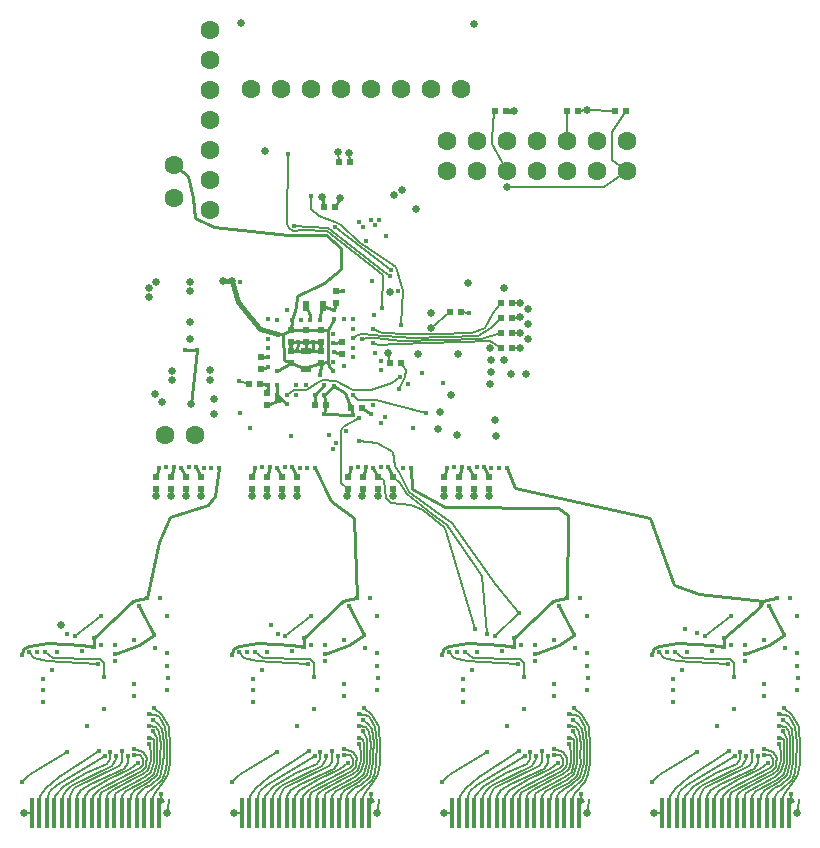
<source format=gbl>
G04 (created by PCBNEW-RS274X (2010-03-14)-final) date Thu 20 Jan 2011 12:09:15 PM EST*
G01*
G70*
G90*
%MOIN*%
G04 Gerber Fmt 3.4, Leading zero omitted, Abs format*
%FSLAX34Y34*%
G04 APERTURE LIST*
%ADD10C,0.001000*%
%ADD11R,0.010600X0.015700*%
%ADD12R,0.023600X0.019700*%
%ADD13R,0.019700X0.023600*%
%ADD14R,0.035400X0.023600*%
%ADD15R,0.023600X0.035400*%
%ADD16C,0.063000*%
%ADD17R,0.013000X0.100000*%
%ADD18C,0.016000*%
%ADD19C,0.025000*%
%ADD20C,0.010000*%
%ADD21C,0.005000*%
%ADD22C,0.015000*%
G04 APERTURE END LIST*
G54D10*
G54D11*
X22252Y-01500D03*
X22448Y-01500D03*
X36252Y-01500D03*
X36448Y-01500D03*
X43252Y-01500D03*
X43448Y-01500D03*
X29252Y-01500D03*
X29448Y-01500D03*
G54D12*
X23000Y09297D03*
X23000Y08903D03*
X23500Y09297D03*
X23500Y08903D03*
X22500Y09297D03*
X22500Y08903D03*
X22000Y09297D03*
X22000Y08903D03*
X29400Y09297D03*
X29400Y08903D03*
X29900Y09297D03*
X29900Y08903D03*
X28900Y09297D03*
X28900Y08903D03*
X28400Y09297D03*
X28400Y08903D03*
X32600Y09297D03*
X32600Y08903D03*
X33100Y09297D03*
X33100Y08903D03*
X32100Y09297D03*
X32100Y08903D03*
X31600Y09297D03*
X31600Y08903D03*
X26200Y09297D03*
X26200Y08903D03*
X26700Y09297D03*
X26700Y08903D03*
X25700Y09297D03*
X25700Y08903D03*
X25200Y09297D03*
X25200Y08903D03*
G54D13*
X36097Y21500D03*
X35703Y21500D03*
X37697Y21500D03*
X37303Y21500D03*
X33303Y21500D03*
X33697Y21500D03*
X29803Y13100D03*
X30197Y13100D03*
G54D12*
X27500Y13803D03*
X27500Y14197D03*
X27500Y13497D03*
X27500Y13103D03*
X27000Y13803D03*
X27000Y14197D03*
X28000Y15103D03*
X28000Y15497D03*
X25500Y13297D03*
X25500Y12903D03*
X25700Y11703D03*
X25700Y12097D03*
G54D13*
X28503Y11600D03*
X28897Y11600D03*
X25103Y12400D03*
X25497Y12400D03*
X27997Y18300D03*
X27603Y18300D03*
X27697Y11700D03*
X27303Y11700D03*
G54D12*
X28200Y13797D03*
X28200Y13403D03*
G54D13*
X32197Y14800D03*
X31803Y14800D03*
X28497Y19800D03*
X28103Y19800D03*
G54D12*
X26500Y13803D03*
X26500Y14197D03*
X26500Y13497D03*
X26500Y13103D03*
G54D13*
X33897Y13600D03*
X33503Y13600D03*
X33897Y14100D03*
X33503Y14100D03*
X33897Y14600D03*
X33503Y14600D03*
X33897Y15100D03*
X33503Y15100D03*
G54D14*
X27000Y12905D03*
X27000Y13495D03*
G54D15*
X27005Y15000D03*
X27595Y15000D03*
G54D16*
X22300Y10700D03*
X23300Y10700D03*
X23800Y24200D03*
X23800Y23200D03*
X23800Y22200D03*
X23800Y21200D03*
X23800Y20200D03*
X23800Y19200D03*
X23800Y18200D03*
X37700Y20500D03*
X37700Y19500D03*
X36700Y20500D03*
X36700Y19500D03*
X35700Y20500D03*
X35700Y19500D03*
X34700Y20500D03*
X34700Y19500D03*
X33700Y20500D03*
X33700Y19500D03*
X32700Y20500D03*
X32700Y19500D03*
X31700Y20500D03*
X31700Y19500D03*
G54D17*
X17875Y-01900D03*
X18125Y-01900D03*
X18375Y-01900D03*
X18625Y-01900D03*
X18875Y-01900D03*
X19125Y-01900D03*
X19375Y-01900D03*
X19625Y-01900D03*
X19875Y-01900D03*
X20125Y-01900D03*
X20375Y-01900D03*
X20625Y-01900D03*
X20875Y-01900D03*
X21125Y-01900D03*
X21375Y-01900D03*
X21625Y-01900D03*
X21875Y-01900D03*
X22125Y-01900D03*
X31875Y-01900D03*
X32125Y-01900D03*
X32375Y-01900D03*
X32625Y-01900D03*
X32875Y-01900D03*
X33125Y-01900D03*
X33375Y-01900D03*
X33625Y-01900D03*
X33875Y-01900D03*
X34125Y-01900D03*
X34375Y-01900D03*
X34625Y-01900D03*
X34875Y-01900D03*
X35125Y-01900D03*
X35375Y-01900D03*
X35625Y-01900D03*
X35875Y-01900D03*
X36125Y-01900D03*
X38875Y-01900D03*
X39125Y-01900D03*
X39375Y-01900D03*
X39625Y-01900D03*
X39875Y-01900D03*
X40125Y-01900D03*
X40375Y-01900D03*
X40625Y-01900D03*
X40875Y-01900D03*
X41125Y-01900D03*
X41375Y-01900D03*
X41625Y-01900D03*
X41875Y-01900D03*
X42125Y-01900D03*
X42375Y-01900D03*
X42625Y-01900D03*
X42875Y-01900D03*
X43125Y-01900D03*
X24875Y-01900D03*
X25125Y-01900D03*
X25375Y-01900D03*
X25625Y-01900D03*
X25875Y-01900D03*
X26125Y-01900D03*
X26375Y-01900D03*
X26625Y-01900D03*
X26875Y-01900D03*
X27125Y-01900D03*
X27375Y-01900D03*
X27625Y-01900D03*
X27875Y-01900D03*
X28125Y-01900D03*
X28375Y-01900D03*
X28625Y-01900D03*
X28875Y-01900D03*
X29125Y-01900D03*
G54D16*
X25190Y22210D03*
X26190Y22210D03*
X27190Y22210D03*
X28190Y22210D03*
X32190Y22210D03*
X31190Y22210D03*
X30190Y22210D03*
X29190Y22210D03*
X22600Y19700D03*
X22600Y18600D03*
G54D18*
X28571Y14226D03*
X28017Y10429D03*
X26308Y04007D03*
X26810Y09596D03*
X27168Y04643D03*
X28267Y12986D03*
X27922Y10221D03*
X41168Y04643D03*
X40308Y04007D03*
X33192Y09604D03*
X20168Y04643D03*
X29241Y13757D03*
X28893Y13902D03*
X29506Y11082D03*
X29522Y13174D03*
X29562Y14927D03*
X26424Y20046D03*
X29832Y16198D03*
X27987Y17620D03*
X30399Y12382D03*
X28927Y17617D03*
X30107Y12224D03*
X28776Y17806D03*
X29647Y11305D03*
X30077Y15478D03*
X29013Y17155D03*
X28575Y12037D03*
X31004Y11423D03*
X29319Y17680D03*
X29239Y11699D03*
X29169Y17869D03*
X26368Y12026D03*
X30140Y12639D03*
X29313Y13441D03*
X29267Y14701D03*
X29669Y17340D03*
G54D19*
X23500Y08676D03*
X26700Y08676D03*
X29904Y08668D03*
X33100Y08676D03*
G54D18*
X26623Y17647D03*
X29806Y15979D03*
X32444Y14757D03*
X28574Y13912D03*
X29240Y14216D03*
G54D19*
X33701Y18949D03*
G54D18*
X28574Y13589D03*
G54D19*
X29938Y18692D03*
X26204Y08672D03*
X29429Y08675D03*
X32604Y08672D03*
X23000Y08675D03*
G54D18*
X28575Y14550D03*
X27795Y10679D03*
G54D19*
X30200Y18876D03*
G54D18*
X19308Y04007D03*
X23599Y09608D03*
X20106Y00144D03*
X20303Y-00018D03*
X20495Y00138D03*
X20692Y-00014D03*
X20882Y00146D03*
X21083Y-00014D03*
X21431Y-00243D03*
X21291Y00018D03*
X21291Y00239D03*
X21786Y00397D03*
X21928Y00814D03*
X21785Y01007D03*
X21928Y01200D03*
X21783Y01397D03*
X21932Y01588D03*
X23352Y09610D03*
X19059Y04076D03*
X20637Y03386D03*
X21933Y04016D03*
X21453Y04989D03*
X22845Y09607D03*
G54D19*
X18858Y04355D03*
G54D18*
X22599Y09610D03*
X20296Y02623D03*
X18302Y03446D03*
X22102Y09607D03*
X20097Y03067D03*
X17798Y03451D03*
X27106Y00144D03*
X27303Y-00018D03*
X27495Y00138D03*
X27692Y-00014D03*
X27882Y00146D03*
X28083Y-00014D03*
X28431Y-00243D03*
X28291Y00018D03*
X28291Y00239D03*
X28786Y00397D03*
X21783Y00609D03*
X28783Y00609D03*
X28928Y00814D03*
X28785Y01007D03*
X28928Y01200D03*
X28783Y01397D03*
X28932Y01588D03*
X26552Y09610D03*
X26072Y04067D03*
X28453Y04989D03*
X28933Y04016D03*
X27637Y03386D03*
X26045Y09607D03*
X25858Y04355D03*
X25302Y03446D03*
X27296Y02623D03*
X25799Y09610D03*
X24798Y03451D03*
X27097Y03067D03*
X25302Y09607D03*
X34106Y00144D03*
X34303Y-00018D03*
X34495Y00138D03*
X34692Y-00014D03*
X34882Y00146D03*
X35083Y-00014D03*
X35431Y-00243D03*
X35291Y00018D03*
X35291Y00239D03*
X35786Y00397D03*
X35783Y00609D03*
X35928Y00814D03*
X35785Y01007D03*
X35928Y01200D03*
X35783Y01397D03*
X35932Y01588D03*
X28347Y10830D03*
G54D19*
X22500Y08668D03*
X25700Y08668D03*
X28887Y08666D03*
X32100Y08668D03*
G54D18*
X29752Y09610D03*
X33048Y04059D03*
X35453Y04989D03*
X35933Y04016D03*
X34637Y03386D03*
X29245Y09607D03*
X32650Y04239D03*
X28571Y13285D03*
X28798Y10483D03*
X33308Y04007D03*
X34107Y04765D03*
X32302Y03446D03*
X34296Y02623D03*
X28999Y09610D03*
X31798Y03451D03*
X34097Y03067D03*
X28502Y09607D03*
X41106Y00144D03*
X41303Y-00018D03*
X41495Y00138D03*
X41692Y-00014D03*
X41882Y00146D03*
X42083Y-00014D03*
X42431Y-00243D03*
X42291Y00018D03*
X42291Y00239D03*
X42786Y00397D03*
X42783Y00609D03*
X42928Y00814D03*
X42785Y01007D03*
X42928Y01200D03*
X42783Y01397D03*
X42932Y01588D03*
X28793Y11269D03*
X30569Y10923D03*
X29435Y17859D03*
G54D19*
X22000Y08668D03*
X25200Y08668D03*
X28398Y08672D03*
X31600Y08668D03*
G54D18*
X32952Y09610D03*
X40056Y04094D03*
X42453Y04989D03*
X42933Y04016D03*
X41637Y03386D03*
X32445Y09607D03*
X39650Y04239D03*
X39302Y03446D03*
X41296Y02623D03*
X32199Y09610D03*
X38798Y03451D03*
X41097Y03067D03*
X31702Y09607D03*
G54D19*
X34347Y12721D03*
X33841Y12721D03*
X33318Y11190D03*
X33164Y12401D03*
X31419Y10896D03*
X33171Y12797D03*
X33169Y13204D03*
X32059Y10699D03*
X33332Y10667D03*
G54D18*
X31596Y12439D03*
G54D19*
X31494Y11476D03*
X31853Y12042D03*
X32075Y13388D03*
X30760Y13396D03*
X23154Y14447D03*
X23159Y13895D03*
X23145Y15803D03*
X23830Y12858D03*
X22543Y12834D03*
X23830Y12519D03*
X23934Y11907D03*
X23960Y11399D03*
G54D18*
X25156Y10910D03*
X26499Y10654D03*
X26500Y13644D03*
X26735Y13803D03*
X26728Y13501D03*
X27261Y13803D03*
X27501Y13655D03*
X27258Y13492D03*
X30889Y12774D03*
G54D19*
X31190Y14261D03*
X22202Y11796D03*
X21976Y12067D03*
X22557Y12527D03*
G54D18*
X27955Y12329D03*
X23103Y09610D03*
X23849Y09593D03*
G54D19*
X32627Y24408D03*
X24854Y24415D03*
G54D18*
X26844Y14536D03*
X27472Y14541D03*
X26064Y14538D03*
X26375Y14858D03*
X25744Y13591D03*
X25747Y13294D03*
X26062Y12344D03*
X26057Y12022D03*
X26375Y11716D03*
X24813Y11422D03*
X27005Y12345D03*
X27926Y13132D03*
X27926Y13765D03*
X28272Y14545D03*
X27956Y14862D03*
X24823Y15788D03*
X27626Y12029D03*
X27627Y11409D03*
X28575Y11374D03*
X21276Y02380D03*
X21276Y01985D03*
X22391Y02194D03*
X22403Y02607D03*
X22391Y03008D03*
X19551Y03502D03*
X18707Y03465D03*
X21269Y03875D03*
X20648Y03166D03*
X20637Y03696D03*
X20172Y03696D03*
X22379Y03429D03*
X21987Y03594D03*
X22160Y05275D03*
X22387Y04651D03*
X18240Y01791D03*
X18243Y02191D03*
X18245Y02576D03*
X18545Y02845D03*
X18052Y03449D03*
X20276Y01575D03*
X19705Y00999D03*
X22348Y09611D03*
G54D19*
X22367Y-01901D03*
X17599Y-01896D03*
X24599Y-01896D03*
X29367Y-01901D03*
G54D18*
X25548Y09611D03*
X26705Y00999D03*
X27276Y01575D03*
X25052Y03449D03*
X25545Y02845D03*
X25245Y02576D03*
X25243Y02191D03*
X25240Y01791D03*
X29387Y04651D03*
X29160Y05275D03*
X28987Y03594D03*
X29379Y03429D03*
X27172Y03696D03*
X27637Y03696D03*
X27643Y03163D03*
X28269Y03875D03*
X25707Y03465D03*
X26551Y03502D03*
X29391Y03008D03*
X29403Y02607D03*
X29391Y02194D03*
X28276Y01985D03*
X28276Y02380D03*
X27049Y09593D03*
X26303Y09610D03*
G54D19*
X31599Y-01896D03*
X36367Y-01901D03*
G54D18*
X28748Y09611D03*
X33705Y00999D03*
X34276Y01575D03*
X32052Y03449D03*
X32545Y02845D03*
X32245Y02576D03*
X32243Y02191D03*
X32240Y01791D03*
X36387Y04651D03*
X36160Y05275D03*
X35987Y03594D03*
X36379Y03429D03*
X34172Y03696D03*
X34637Y03696D03*
X34643Y03157D03*
X35269Y03875D03*
X32707Y03465D03*
X33551Y03502D03*
X36391Y03008D03*
X36403Y02607D03*
X36391Y02194D03*
X35276Y01985D03*
X35276Y02380D03*
X30249Y09593D03*
X29503Y09610D03*
G54D19*
X38599Y-01896D03*
X43367Y-01901D03*
G54D18*
X31948Y09611D03*
X40705Y00999D03*
X41276Y01575D03*
X39052Y03449D03*
X39545Y02845D03*
X39245Y02576D03*
X39243Y02191D03*
X39240Y01791D03*
X43387Y04651D03*
X43160Y05275D03*
X42987Y03594D03*
X43379Y03429D03*
X41172Y03696D03*
X41637Y03696D03*
X41659Y03171D03*
X42269Y03875D03*
X39707Y03465D03*
X40551Y03502D03*
X43391Y03008D03*
X43403Y02607D03*
X43391Y02194D03*
X42276Y01985D03*
X42276Y02380D03*
X33449Y09593D03*
X32703Y09610D03*
G54D19*
X23145Y15803D03*
X23147Y15495D03*
X28445Y20106D03*
X30672Y18231D03*
X28139Y18598D03*
X25658Y20143D03*
X33936Y21504D03*
X34409Y13903D03*
X34406Y14391D03*
X34406Y14901D03*
G54D18*
X29526Y12851D03*
X24779Y12501D03*
X30189Y14362D03*
X27190Y18670D03*
G54D19*
X34156Y15108D03*
X34161Y14612D03*
X34156Y14107D03*
X34152Y13595D03*
G54D18*
X17558Y-00879D03*
X19061Y00117D03*
X26061Y00117D03*
X22174Y-01268D03*
X31558Y-00879D03*
X33061Y00117D03*
X36174Y-01268D03*
X40061Y00117D03*
X38558Y-00879D03*
X43174Y-01268D03*
X24547Y-00884D03*
X29174Y-01268D03*
X27475Y12705D03*
X27926Y12823D03*
X27951Y14557D03*
X26533Y14532D03*
X26071Y14073D03*
X26063Y12818D03*
G54D19*
X24241Y15810D03*
X24534Y15810D03*
G54D18*
X27163Y14535D03*
X25740Y14560D03*
X25739Y13902D03*
X25739Y12954D03*
X25741Y12345D03*
X26682Y12345D03*
X27631Y12354D03*
X28260Y15486D03*
X29216Y15828D03*
X29186Y11394D03*
X26679Y12024D03*
G54D19*
X29800Y15454D03*
X31190Y14748D03*
X32428Y15745D03*
X29748Y13441D03*
G54D18*
X27933Y13445D03*
X27928Y14074D03*
G54D19*
X36397Y21519D03*
X27534Y18618D03*
X28090Y20110D03*
G54D18*
X27314Y12013D03*
G54D19*
X22010Y15796D03*
X21794Y15607D03*
X21794Y15294D03*
X33132Y13592D03*
G54D18*
X22973Y13520D03*
X23368Y13516D03*
G54D19*
X23175Y11739D03*
G54D18*
X21714Y05251D03*
X19935Y03612D03*
X19939Y03911D03*
X17546Y03370D03*
X24099Y09594D03*
X27299Y09594D03*
X24546Y03370D03*
X26939Y03911D03*
X26935Y03612D03*
X28714Y05251D03*
X30499Y09594D03*
X31546Y03370D03*
X33939Y03911D03*
X33935Y03612D03*
X35714Y05251D03*
X33699Y09594D03*
X38546Y03370D03*
X40939Y03911D03*
X40935Y03612D03*
X42714Y05251D03*
G54D19*
X33601Y13205D03*
X33601Y15597D03*
G54D20*
X25978Y11787D02*
X26216Y11869D01*
X25978Y11787D02*
X26102Y11906D01*
G54D21*
X27168Y04643D02*
X26308Y04007D01*
X41168Y04643D02*
X40308Y04007D01*
X33157Y13813D02*
X33503Y13600D01*
X33157Y13813D02*
X30090Y13714D01*
X30090Y13714D02*
X29418Y13701D01*
X29418Y13701D02*
X29241Y13757D01*
X32857Y13907D02*
X33503Y14100D01*
X32857Y13907D02*
X30167Y13820D01*
X30167Y13820D02*
X29361Y13910D01*
X29361Y13910D02*
X29068Y13917D01*
X29068Y13917D02*
X28893Y13902D01*
X29562Y14927D02*
X29574Y16034D01*
X27724Y17499D02*
X29574Y16034D01*
X27724Y17499D02*
X26906Y17515D01*
X26906Y17515D02*
X26582Y17488D01*
X26582Y17488D02*
X26432Y17587D01*
X26432Y17587D02*
X26387Y17735D01*
X26387Y17735D02*
X26424Y20046D01*
X29832Y16198D02*
X27987Y17620D01*
X30197Y13100D02*
X30338Y12862D01*
X30338Y12862D02*
X30310Y12623D01*
X30310Y12623D02*
X30107Y12224D01*
X28575Y12037D02*
X28732Y11866D01*
X28732Y11866D02*
X29349Y11873D01*
X29349Y11873D02*
X31004Y11423D01*
X26368Y12026D02*
X26630Y12183D01*
X28567Y12198D02*
X29184Y12179D01*
X29184Y12179D02*
X29890Y12417D01*
X30140Y12639D02*
X29890Y12417D01*
X28567Y12198D02*
X28016Y12485D01*
X28016Y12485D02*
X27585Y12514D01*
X27585Y12514D02*
X27367Y12433D01*
X27367Y12433D02*
X27090Y12212D01*
X27090Y12212D02*
X27015Y12180D01*
X27015Y12180D02*
X26630Y12183D01*
G54D20*
X23500Y08903D02*
X23500Y08676D01*
X26700Y08903D02*
X26700Y08676D01*
X29904Y08668D02*
X29900Y08903D01*
X33100Y08903D02*
X33100Y08676D01*
G54D21*
X29590Y16167D02*
X27761Y17600D01*
X27761Y17600D02*
X26623Y17647D01*
X29590Y16167D02*
X29806Y15979D01*
X32197Y14800D02*
X32444Y14757D01*
X33503Y14600D02*
X33195Y14245D01*
X32735Y14004D02*
X33195Y14245D01*
X32735Y14004D02*
X30570Y13934D01*
X30570Y13934D02*
X29183Y14022D01*
X29183Y14022D02*
X28981Y14068D01*
X29006Y14062D02*
X28836Y14068D01*
X28836Y14068D02*
X28695Y14007D01*
X28695Y14007D02*
X28574Y13912D01*
X33503Y15100D02*
X33253Y14753D01*
X33253Y14753D02*
X32987Y14250D01*
X32546Y14101D02*
X32987Y14250D01*
X32546Y14101D02*
X31306Y14061D01*
X31306Y14061D02*
X30446Y14044D01*
X30446Y14044D02*
X29550Y14100D01*
X29240Y14216D02*
X29550Y14100D01*
X33701Y18949D02*
X36963Y18949D01*
X36963Y18949D02*
X37700Y19500D01*
X37202Y20783D02*
X37697Y21500D01*
X37202Y20783D02*
X37210Y19849D01*
X37210Y19849D02*
X37700Y19500D01*
X33700Y19500D02*
X33215Y20377D01*
X33215Y20377D02*
X33233Y21156D01*
X33233Y21156D02*
X33303Y21500D01*
G54D20*
X26200Y08903D02*
X26204Y08672D01*
X29429Y08675D02*
X29400Y08903D01*
X32600Y08903D02*
X32604Y08672D01*
X23000Y08903D02*
X23000Y08675D01*
G54D21*
X20168Y04643D02*
X19308Y04007D01*
X18125Y-01900D02*
X18160Y-01327D01*
X18160Y-01327D02*
X18339Y-01085D01*
X18339Y-01085D02*
X18794Y-00722D01*
X18794Y-00722D02*
X20106Y00144D01*
X18375Y-01900D02*
X18412Y-01332D01*
X18412Y-01332D02*
X18489Y-01172D01*
X18489Y-01172D02*
X18731Y-00983D01*
X18731Y-00983D02*
X20303Y-00018D01*
X18625Y-01900D02*
X18654Y-01336D01*
X18654Y-01336D02*
X18946Y-01002D01*
X18946Y-01002D02*
X19677Y-00586D01*
X19677Y-00586D02*
X20372Y-00276D01*
X20372Y-00276D02*
X20494Y-00107D01*
X20494Y-00107D02*
X20495Y00138D01*
X18875Y-01900D02*
X18920Y-01332D01*
X18920Y-01332D02*
X18999Y-01167D01*
X18999Y-01167D02*
X19193Y-00997D01*
X19193Y-00997D02*
X20537Y-00339D01*
X20537Y-00339D02*
X20691Y-00102D01*
X20692Y-00014D02*
X20691Y-00102D01*
X19125Y-01900D02*
X19135Y-01336D01*
X19135Y-01336D02*
X19294Y-01084D01*
X19294Y-01084D02*
X20795Y-00334D01*
X20795Y-00334D02*
X20886Y-00194D01*
X20886Y-00194D02*
X20882Y00146D01*
X19375Y-01900D02*
X19396Y-01346D01*
X19396Y-01346D02*
X19512Y-01128D01*
X19512Y-01128D02*
X19846Y-00934D01*
X19846Y-00934D02*
X20960Y-00426D01*
X20960Y-00426D02*
X21084Y-00245D01*
X21084Y-00245D02*
X21083Y-00014D01*
X19625Y-01900D02*
X19653Y-01327D01*
X19653Y-01327D02*
X19812Y-01138D01*
X19812Y-01138D02*
X20437Y-00789D01*
X20437Y-00789D02*
X21143Y-00450D01*
X21143Y-00450D02*
X21431Y-00243D01*
X19875Y-01900D02*
X19914Y-01331D01*
X19914Y-01331D02*
X20151Y-01114D01*
X20151Y-01114D02*
X21492Y-00423D01*
X21492Y-00423D02*
X21583Y-00312D01*
X21583Y-00312D02*
X21595Y-00115D01*
X21466Y00019D02*
X21291Y00018D01*
X21595Y-00115D02*
X21466Y00019D01*
X21291Y00239D02*
X21581Y00128D01*
X21581Y00128D02*
X21704Y-00080D01*
X21704Y-00080D02*
X21697Y-00243D01*
X21697Y-00243D02*
X21681Y-00374D01*
X21681Y-00374D02*
X21562Y-00500D01*
X21562Y-00500D02*
X20212Y-01196D01*
X20212Y-01196D02*
X20132Y-01297D01*
X20132Y-01297D02*
X20125Y-01900D01*
X21786Y00397D02*
X21840Y00112D01*
X21840Y00112D02*
X21842Y-00131D01*
X21842Y-00131D02*
X21788Y-00379D01*
X21788Y-00379D02*
X21746Y-00481D01*
X21585Y-00610D02*
X21746Y-00481D01*
X21585Y-00610D02*
X21310Y-00743D01*
X21310Y-00743D02*
X20524Y-01176D01*
X20524Y-01176D02*
X20403Y-01259D01*
X20403Y-01259D02*
X20374Y-01356D01*
X20374Y-01356D02*
X20375Y-01900D01*
X20798Y-01160D02*
X20660Y-01278D01*
X20660Y-01278D02*
X20625Y-01900D01*
X21653Y-00719D02*
X20798Y-01160D01*
X21928Y00814D02*
X22041Y00578D01*
X22041Y00578D02*
X22061Y00329D01*
X22061Y00329D02*
X22054Y-00040D01*
X22054Y-00040D02*
X22038Y-00246D01*
X22038Y-00246D02*
X21935Y-00593D01*
X21935Y-00593D02*
X21716Y-00801D01*
X21716Y-00801D02*
X21008Y-01181D01*
X21008Y-01181D02*
X20892Y-01341D01*
X20892Y-01341D02*
X20875Y-01900D01*
X21785Y01007D02*
X22015Y00963D01*
X22015Y00963D02*
X22130Y00797D01*
X22130Y00797D02*
X22143Y00605D01*
X22143Y00605D02*
X22166Y00358D01*
X22166Y00358D02*
X22160Y00023D01*
X22160Y00023D02*
X22143Y-00241D01*
X22143Y-00241D02*
X22033Y-00654D01*
X22033Y-00654D02*
X21772Y-00885D01*
X21772Y-00885D02*
X21321Y-01128D01*
X21321Y-01128D02*
X21173Y-01293D01*
X21173Y-01293D02*
X21125Y-01900D01*
X21928Y01200D02*
X22085Y01076D01*
X22222Y00880D02*
X22269Y00429D01*
X22269Y00429D02*
X22267Y00072D01*
X22267Y00072D02*
X22251Y-00229D01*
X22251Y-00229D02*
X22143Y-00691D01*
X22143Y-00691D02*
X21847Y-00960D01*
X21847Y-00960D02*
X21618Y-01084D01*
X21618Y-01084D02*
X21425Y-01279D01*
X21425Y-01279D02*
X21389Y-01355D01*
X21389Y-01355D02*
X21375Y-01900D01*
X22085Y01076D02*
X22222Y00880D01*
X21783Y01397D02*
X22105Y01317D01*
X22105Y01317D02*
X22318Y00971D01*
X22318Y00971D02*
X22373Y00434D01*
X22373Y00434D02*
X22366Y-00234D01*
X22366Y-00234D02*
X22311Y-00579D01*
X22311Y-00579D02*
X22202Y-00801D01*
X22202Y-00801D02*
X21865Y-01093D01*
X21865Y-01093D02*
X21704Y-01235D01*
X21704Y-01235D02*
X21644Y-01377D01*
X21644Y-01377D02*
X21625Y-01900D01*
X21932Y01588D02*
X22206Y01365D01*
X22206Y01365D02*
X22441Y00968D01*
X22441Y00968D02*
X22482Y00312D01*
X22482Y00312D02*
X22471Y-00235D01*
X22471Y-00235D02*
X22416Y-00612D01*
X22416Y-00612D02*
X22290Y-00855D01*
X22290Y-00855D02*
X21980Y-01231D01*
X21980Y-01231D02*
X21916Y-01374D01*
X21916Y-01374D02*
X21875Y-01900D01*
G54D20*
X23500Y09297D02*
X23352Y09610D01*
X21453Y04989D02*
X21933Y04016D01*
X20637Y03386D02*
X21449Y03678D01*
X21449Y03678D02*
X21933Y04016D01*
X23000Y09297D02*
X22845Y09607D01*
G54D21*
X20296Y02623D02*
X20275Y03094D01*
X20275Y03094D02*
X20222Y03175D01*
X20222Y03175D02*
X20144Y03225D01*
X20144Y03225D02*
X19976Y03232D01*
X19976Y03232D02*
X18595Y03256D01*
X18302Y03446D02*
X18595Y03256D01*
G54D20*
X22500Y09297D02*
X22599Y09610D01*
G54D21*
X20097Y03067D02*
X18376Y03168D01*
X18376Y03168D02*
X17952Y03245D01*
X17798Y03451D02*
X17952Y03245D01*
G54D20*
X22000Y09297D02*
X22102Y09607D01*
G54D21*
X25794Y-00722D02*
X27106Y00144D01*
X25339Y-01085D02*
X25794Y-00722D01*
X25160Y-01327D02*
X25339Y-01085D01*
X25125Y-01900D02*
X25160Y-01327D01*
X25731Y-00983D02*
X27303Y-00018D01*
X25489Y-01172D02*
X25731Y-00983D01*
X25412Y-01332D02*
X25489Y-01172D01*
X25375Y-01900D02*
X25412Y-01332D01*
X27494Y-00107D02*
X27495Y00138D01*
X27372Y-00276D02*
X27494Y-00107D01*
X26677Y-00586D02*
X27372Y-00276D01*
X25946Y-01002D02*
X26677Y-00586D01*
X25654Y-01336D02*
X25946Y-01002D01*
X25625Y-01900D02*
X25654Y-01336D01*
X27692Y-00014D02*
X27691Y-00102D01*
X27537Y-00339D02*
X27691Y-00102D01*
X26193Y-00997D02*
X27537Y-00339D01*
X25999Y-01167D02*
X26193Y-00997D01*
X25920Y-01332D02*
X25999Y-01167D01*
X25875Y-01900D02*
X25920Y-01332D01*
X27886Y-00194D02*
X27882Y00146D01*
X27795Y-00334D02*
X27886Y-00194D01*
X26294Y-01084D02*
X27795Y-00334D01*
X26135Y-01336D02*
X26294Y-01084D01*
X26125Y-01900D02*
X26135Y-01336D01*
X28084Y-00245D02*
X28083Y-00014D01*
X27960Y-00426D02*
X28084Y-00245D01*
X26846Y-00934D02*
X27960Y-00426D01*
X26512Y-01128D02*
X26846Y-00934D01*
X26396Y-01346D02*
X26512Y-01128D01*
X26375Y-01900D02*
X26396Y-01346D01*
X28143Y-00450D02*
X28431Y-00243D01*
X27437Y-00789D02*
X28143Y-00450D01*
X26812Y-01138D02*
X27437Y-00789D01*
X26653Y-01327D02*
X26812Y-01138D01*
X26625Y-01900D02*
X26653Y-01327D01*
X28595Y-00115D02*
X28466Y00019D01*
X28466Y00019D02*
X28291Y00018D01*
X28582Y-00310D02*
X28595Y-00115D01*
X28492Y-00423D02*
X28582Y-00310D01*
X27151Y-01114D02*
X28492Y-00423D01*
X26914Y-01331D02*
X27151Y-01114D01*
X26875Y-01900D02*
X26914Y-01331D01*
X27132Y-01297D02*
X27125Y-01900D01*
X27212Y-01196D02*
X27132Y-01297D01*
X28562Y-00500D02*
X27212Y-01196D01*
X28675Y-00373D02*
X28562Y-00500D01*
X28697Y-00243D02*
X28675Y-00373D01*
X28704Y-00080D02*
X28697Y-00243D01*
X28581Y00128D02*
X28704Y-00080D01*
X28291Y00239D02*
X28581Y00128D01*
X27374Y-01356D02*
X27375Y-01900D01*
X27403Y-01259D02*
X27374Y-01356D01*
X27524Y-01176D02*
X27403Y-01259D01*
X28310Y-00743D02*
X27524Y-01176D01*
X28585Y-00610D02*
X28310Y-00743D01*
X28585Y-00610D02*
X28746Y-00481D01*
X28788Y-00379D02*
X28746Y-00481D01*
X28838Y-00131D02*
X28788Y-00379D01*
X28838Y00112D02*
X28838Y-00131D01*
X28786Y00397D02*
X28838Y00112D01*
X21783Y00609D02*
X21935Y00544D01*
X21935Y00544D02*
X21954Y00399D01*
X21954Y00399D02*
X21947Y00044D01*
X21947Y00044D02*
X21940Y-00215D01*
X21940Y-00215D02*
X21850Y-00527D01*
X21850Y-00527D02*
X21653Y-00719D01*
X27660Y-01278D02*
X27625Y-01900D01*
X27798Y-01160D02*
X27660Y-01278D01*
X28653Y-00719D02*
X27798Y-01160D01*
X28854Y-00516D02*
X28653Y-00719D01*
X28938Y-00215D02*
X28854Y-00516D01*
X28946Y00044D02*
X28938Y-00215D01*
X28957Y00371D02*
X28946Y00044D01*
X28913Y00543D02*
X28957Y00371D01*
X28783Y00609D02*
X28913Y00543D01*
X27892Y-01341D02*
X27875Y-01900D01*
X28008Y-01181D02*
X27892Y-01341D01*
X28716Y-00801D02*
X28008Y-01181D01*
X28936Y-00593D02*
X28716Y-00801D01*
X29039Y-00246D02*
X28936Y-00593D01*
X29052Y-00040D02*
X29039Y-00246D01*
X29061Y00329D02*
X29052Y-00040D01*
X29042Y00574D02*
X29061Y00329D01*
X28928Y00814D02*
X29042Y00574D01*
X28173Y-01293D02*
X28125Y-01900D01*
X28321Y-01128D02*
X28173Y-01293D01*
X28772Y-00885D02*
X28321Y-01128D01*
X29033Y-00654D02*
X28772Y-00885D01*
X29145Y-00242D02*
X29033Y-00654D01*
X29158Y00023D02*
X29145Y-00242D01*
X29165Y00359D02*
X29158Y00023D01*
X29154Y00606D02*
X29165Y00359D01*
X29127Y00796D02*
X29154Y00606D01*
X29015Y00963D02*
X29127Y00796D01*
X28785Y01007D02*
X29015Y00963D01*
X29085Y01076D02*
X29228Y00881D01*
X28389Y-01355D02*
X28375Y-01900D01*
X28425Y-01279D02*
X28389Y-01355D01*
X28618Y-01084D02*
X28425Y-01279D01*
X28847Y-00960D02*
X28618Y-01084D01*
X29143Y-00691D02*
X28847Y-00960D01*
X29251Y-00229D02*
X29143Y-00691D01*
X29264Y00072D02*
X29251Y-00229D01*
X29274Y00430D02*
X29264Y00072D01*
X29228Y00881D02*
X29274Y00430D01*
X28928Y01200D02*
X29085Y01076D01*
X28644Y-01377D02*
X28625Y-01900D01*
X28704Y-01235D02*
X28644Y-01377D01*
X28865Y-01093D02*
X28704Y-01235D01*
X29202Y-00801D02*
X28865Y-01093D01*
X29311Y-00579D02*
X29202Y-00801D01*
X29360Y-00234D02*
X29311Y-00579D01*
X29378Y00434D02*
X29360Y-00234D01*
X29321Y00971D02*
X29378Y00434D01*
X29105Y01317D02*
X29321Y00971D01*
X28783Y01397D02*
X29105Y01317D01*
X28916Y-01374D02*
X28875Y-01900D01*
X28980Y-01231D02*
X28916Y-01374D01*
X29290Y-00855D02*
X28980Y-01231D01*
X29416Y-00612D02*
X29290Y-00855D01*
X29471Y-00235D02*
X29416Y-00612D01*
X29487Y00313D02*
X29471Y-00235D01*
X29448Y00969D02*
X29487Y00313D01*
X29206Y01365D02*
X29448Y00969D01*
X28932Y01588D02*
X29206Y01365D01*
G54D20*
X26700Y09297D02*
X26552Y09610D01*
X28449Y03678D02*
X28933Y04016D01*
X27637Y03386D02*
X28449Y03678D01*
X28453Y04989D02*
X28933Y04016D01*
X26200Y09297D02*
X26045Y09607D01*
X25700Y09297D02*
X25799Y09610D01*
G54D21*
X25302Y03446D02*
X25595Y03256D01*
X26976Y03232D02*
X25595Y03256D01*
X27144Y03225D02*
X26976Y03232D01*
X27222Y03175D02*
X27144Y03225D01*
X27275Y03094D02*
X27222Y03175D01*
X27296Y02623D02*
X27275Y03094D01*
G54D20*
X25200Y09297D02*
X25302Y09607D01*
G54D21*
X24798Y03451D02*
X24952Y03245D01*
X25376Y03168D02*
X24952Y03245D01*
X27097Y03067D02*
X25376Y03168D01*
X32794Y-00722D02*
X34106Y00144D01*
X32339Y-01085D02*
X32794Y-00722D01*
X32160Y-01327D02*
X32339Y-01085D01*
X32125Y-01900D02*
X32160Y-01327D01*
X32731Y-00983D02*
X34303Y-00018D01*
X32489Y-01172D02*
X32731Y-00983D01*
X32412Y-01332D02*
X32489Y-01172D01*
X32375Y-01900D02*
X32412Y-01332D01*
X34494Y-00107D02*
X34495Y00138D01*
X34372Y-00276D02*
X34494Y-00107D01*
X33677Y-00586D02*
X34372Y-00276D01*
X32946Y-01002D02*
X33677Y-00586D01*
X32654Y-01336D02*
X32946Y-01002D01*
X32625Y-01900D02*
X32654Y-01336D01*
X34692Y-00014D02*
X34691Y-00102D01*
X34537Y-00339D02*
X34691Y-00102D01*
X33193Y-00997D02*
X34537Y-00339D01*
X32999Y-01167D02*
X33193Y-00997D01*
X32920Y-01332D02*
X32999Y-01167D01*
X32875Y-01900D02*
X32920Y-01332D01*
X34886Y-00194D02*
X34882Y00146D01*
X34795Y-00334D02*
X34886Y-00194D01*
X33294Y-01084D02*
X34795Y-00334D01*
X33135Y-01336D02*
X33294Y-01084D01*
X33125Y-01900D02*
X33135Y-01336D01*
X35084Y-00245D02*
X35083Y-00014D01*
X34960Y-00426D02*
X35084Y-00245D01*
X33846Y-00934D02*
X34960Y-00426D01*
X33512Y-01128D02*
X33846Y-00934D01*
X33396Y-01346D02*
X33512Y-01128D01*
X33375Y-01900D02*
X33396Y-01346D01*
X35143Y-00450D02*
X35431Y-00243D01*
X34437Y-00789D02*
X35143Y-00450D01*
X33812Y-01138D02*
X34437Y-00789D01*
X33653Y-01327D02*
X33812Y-01138D01*
X33625Y-01900D02*
X33653Y-01327D01*
X35595Y-00115D02*
X35466Y00019D01*
X35466Y00019D02*
X35291Y00018D01*
X35591Y-00307D02*
X35595Y-00115D01*
X35492Y-00423D02*
X35591Y-00307D01*
X34151Y-01114D02*
X35492Y-00423D01*
X33914Y-01331D02*
X34151Y-01114D01*
X33875Y-01900D02*
X33914Y-01331D01*
X34132Y-01297D02*
X34125Y-01900D01*
X34212Y-01196D02*
X34132Y-01297D01*
X35562Y-00500D02*
X34212Y-01196D01*
X35686Y-00374D02*
X35562Y-00500D01*
X35708Y-00244D02*
X35686Y-00374D01*
X35704Y-00080D02*
X35708Y-00244D01*
X35581Y00128D02*
X35704Y-00080D01*
X35291Y00239D02*
X35581Y00128D01*
X34374Y-01356D02*
X34375Y-01900D01*
X34403Y-01259D02*
X34374Y-01356D01*
X34524Y-01176D02*
X34403Y-01259D01*
X35310Y-00743D02*
X34524Y-01176D01*
X35585Y-00610D02*
X35310Y-00743D01*
X35585Y-00610D02*
X35758Y-00483D01*
X35804Y-00385D02*
X35758Y-00483D01*
X35842Y-00131D02*
X35804Y-00385D01*
X35840Y00112D02*
X35842Y-00131D01*
X35786Y00397D02*
X35840Y00112D01*
X34660Y-01278D02*
X34625Y-01900D01*
X34798Y-01160D02*
X34660Y-01278D01*
X35656Y-00721D02*
X34798Y-01160D01*
X35872Y-00527D02*
X35656Y-00721D01*
X35957Y-00221D02*
X35872Y-00527D01*
X35956Y00048D02*
X35957Y-00221D01*
X35954Y00407D02*
X35956Y00048D01*
X35934Y00544D02*
X35954Y00407D01*
X35783Y00609D02*
X35934Y00544D01*
X34892Y-01341D02*
X34875Y-01900D01*
X35008Y-01181D02*
X34892Y-01341D01*
X35725Y-00817D02*
X35008Y-01181D01*
X35961Y-00602D02*
X35725Y-00817D01*
X36063Y-00253D02*
X35961Y-00602D01*
X36057Y-00040D02*
X36063Y-00253D01*
X36062Y00329D02*
X36057Y-00040D01*
X36039Y00574D02*
X36062Y00329D01*
X35928Y00814D02*
X36039Y00574D01*
X35173Y-01293D02*
X35125Y-01900D01*
X35328Y-01140D02*
X35173Y-01293D01*
X35785Y-00906D02*
X35328Y-01140D01*
X36052Y-00659D02*
X35785Y-00906D01*
X36169Y-00248D02*
X36052Y-00659D01*
X36161Y00023D02*
X36169Y-00248D01*
X36165Y00359D02*
X36161Y00023D01*
X36138Y00604D02*
X36165Y00359D01*
X36127Y00796D02*
X36138Y00604D01*
X36015Y00963D02*
X36127Y00796D01*
X35785Y01007D02*
X36015Y00963D01*
X36085Y01076D02*
X36220Y00880D01*
X35389Y-01355D02*
X35375Y-01900D01*
X35425Y-01279D02*
X35389Y-01355D01*
X35629Y-01106D02*
X35425Y-01279D01*
X35861Y-00980D02*
X35629Y-01106D01*
X36154Y-00703D02*
X35861Y-00980D01*
X36278Y-00235D02*
X36154Y-00703D01*
X36267Y00072D02*
X36278Y-00235D01*
X36266Y00429D02*
X36267Y00072D01*
X36220Y00880D02*
X36266Y00429D01*
X35928Y01200D02*
X36085Y01076D01*
X35644Y-01377D02*
X35625Y-01900D01*
X35704Y-01235D02*
X35644Y-01377D01*
X35872Y-01102D02*
X35704Y-01235D01*
X36219Y-00814D02*
X35872Y-01102D01*
X36322Y-00585D02*
X36219Y-00814D01*
X36387Y-00237D02*
X36322Y-00585D01*
X36372Y00434D02*
X36387Y-00237D01*
X36318Y00971D02*
X36372Y00434D01*
X36105Y01317D02*
X36318Y00971D01*
X35783Y01397D02*
X36105Y01317D01*
X35916Y-01374D02*
X35875Y-01900D01*
X35980Y-01231D02*
X35916Y-01374D01*
X36311Y-00870D02*
X35980Y-01231D01*
X36423Y-00615D02*
X36311Y-00870D01*
X36491Y-00236D02*
X36423Y-00615D01*
X36485Y00312D02*
X36491Y-00236D01*
X36442Y00968D02*
X36485Y00312D01*
X36206Y01365D02*
X36442Y00968D01*
X35932Y01588D02*
X36206Y01365D01*
G54D20*
X22500Y08903D02*
X22500Y08668D01*
X25700Y08903D02*
X25700Y08668D01*
X28900Y08903D02*
X28887Y08666D01*
X32100Y08903D02*
X32100Y08668D01*
X29900Y09297D02*
X29752Y09610D01*
G54D21*
X33048Y04059D02*
X32895Y06002D01*
X30376Y08736D02*
X30162Y09095D01*
X30162Y09095D02*
X29900Y09297D01*
X31704Y07692D02*
X31223Y08074D01*
X32895Y06002D02*
X31704Y07692D01*
X31223Y08074D02*
X30376Y08736D01*
G54D20*
X35449Y03678D02*
X35933Y04016D01*
X34637Y03386D02*
X35449Y03678D01*
X35453Y04989D02*
X35933Y04016D01*
X29400Y09297D02*
X29245Y09607D01*
G54D21*
X32650Y04239D02*
X31647Y07599D01*
X29694Y08579D02*
X29652Y08844D01*
X29652Y08844D02*
X29619Y09178D01*
X29619Y09178D02*
X29400Y09297D01*
X31647Y07599D02*
X30925Y08179D01*
X30501Y08369D02*
X29844Y08434D01*
X29694Y08579D02*
X29844Y08434D01*
X30925Y08179D02*
X30501Y08369D01*
X30453Y08805D02*
X30145Y09391D01*
X30145Y09391D02*
X29978Y09664D01*
X29978Y09664D02*
X29920Y10132D01*
X29920Y10132D02*
X29394Y10430D01*
X29394Y10430D02*
X28798Y10483D01*
X31898Y07755D02*
X31331Y08176D01*
X31898Y07755D02*
X33334Y05702D01*
X34107Y04765D02*
X33334Y05702D01*
X31331Y08176D02*
X30453Y08805D01*
X34107Y04765D02*
X33308Y04007D01*
G54D20*
X28900Y09297D02*
X28999Y09610D01*
G54D21*
X32302Y03446D02*
X32595Y03256D01*
X33976Y03232D02*
X32595Y03256D01*
X34144Y03225D02*
X33976Y03232D01*
X34222Y03175D02*
X34144Y03225D01*
X34275Y03094D02*
X34222Y03175D01*
X34296Y02623D02*
X34275Y03094D01*
G54D20*
X28400Y09297D02*
X28502Y09607D01*
G54D21*
X31798Y03451D02*
X31952Y03245D01*
X32376Y03168D02*
X31952Y03245D01*
X34097Y03067D02*
X32376Y03168D01*
X39794Y-00722D02*
X41106Y00144D01*
X39339Y-01085D02*
X39794Y-00722D01*
X39160Y-01327D02*
X39339Y-01085D01*
X39125Y-01900D02*
X39160Y-01327D01*
X39731Y-00983D02*
X41303Y-00018D01*
X39489Y-01172D02*
X39731Y-00983D01*
X39412Y-01332D02*
X39489Y-01172D01*
X39375Y-01900D02*
X39412Y-01332D01*
X41494Y-00107D02*
X41495Y00138D01*
X41372Y-00276D02*
X41494Y-00107D01*
X40677Y-00586D02*
X41372Y-00276D01*
X39946Y-01002D02*
X40677Y-00586D01*
X39654Y-01336D02*
X39946Y-01002D01*
X39625Y-01900D02*
X39654Y-01336D01*
X41692Y-00014D02*
X41691Y-00102D01*
X41537Y-00339D02*
X41691Y-00102D01*
X40193Y-00997D02*
X41537Y-00339D01*
X39999Y-01167D02*
X40193Y-00997D01*
X39920Y-01332D02*
X39999Y-01167D01*
X39875Y-01900D02*
X39920Y-01332D01*
X41886Y-00194D02*
X41882Y00146D01*
X41795Y-00334D02*
X41886Y-00194D01*
X40294Y-01084D02*
X41795Y-00334D01*
X40135Y-01336D02*
X40294Y-01084D01*
X40125Y-01900D02*
X40135Y-01336D01*
X42084Y-00245D02*
X42083Y-00014D01*
X41960Y-00426D02*
X42084Y-00245D01*
X40846Y-00934D02*
X41960Y-00426D01*
X40512Y-01128D02*
X40846Y-00934D01*
X40396Y-01346D02*
X40512Y-01128D01*
X40375Y-01900D02*
X40396Y-01346D01*
X42143Y-00450D02*
X42431Y-00243D01*
X41437Y-00789D02*
X42143Y-00450D01*
X40812Y-01138D02*
X41437Y-00789D01*
X40653Y-01327D02*
X40812Y-01138D01*
X40625Y-01900D02*
X40653Y-01327D01*
X42595Y-00115D02*
X42466Y00019D01*
X42466Y00019D02*
X42291Y00018D01*
X42584Y-00310D02*
X42595Y-00115D01*
X42492Y-00423D02*
X42584Y-00310D01*
X41151Y-01114D02*
X42492Y-00423D01*
X40914Y-01331D02*
X41151Y-01114D01*
X40875Y-01900D02*
X40914Y-01331D01*
X41132Y-01297D02*
X41125Y-01900D01*
X41212Y-01196D02*
X41132Y-01297D01*
X42562Y-00500D02*
X41212Y-01196D01*
X42678Y-00373D02*
X42562Y-00500D01*
X42697Y-00243D02*
X42678Y-00373D01*
X42704Y-00080D02*
X42697Y-00243D01*
X42581Y00128D02*
X42704Y-00080D01*
X42291Y00239D02*
X42581Y00128D01*
X41374Y-01356D02*
X41375Y-01900D01*
X41403Y-01259D02*
X41374Y-01356D01*
X41524Y-01176D02*
X41403Y-01259D01*
X42310Y-00743D02*
X41524Y-01176D01*
X42585Y-00610D02*
X42310Y-00743D01*
X42585Y-00610D02*
X42746Y-00481D01*
X42786Y-00378D02*
X42746Y-00481D01*
X42837Y-00131D02*
X42786Y-00378D01*
X42838Y00112D02*
X42837Y-00131D01*
X42786Y00397D02*
X42838Y00112D01*
X41660Y-01278D02*
X41625Y-01900D01*
X41798Y-01160D02*
X41660Y-01278D01*
X42653Y-00719D02*
X41798Y-01160D01*
X42854Y-00516D02*
X42653Y-00719D01*
X42937Y-00215D02*
X42854Y-00516D01*
X42945Y00044D02*
X42937Y-00215D01*
X42951Y00399D02*
X42945Y00044D01*
X42933Y00544D02*
X42951Y00399D01*
X42783Y00609D02*
X42933Y00544D01*
X41892Y-01341D02*
X41875Y-01900D01*
X42008Y-01181D02*
X41892Y-01341D01*
X42716Y-00801D02*
X42008Y-01181D01*
X42936Y-00593D02*
X42716Y-00801D01*
X43039Y-00246D02*
X42936Y-00593D01*
X43048Y-00041D02*
X43039Y-00246D01*
X43058Y00330D02*
X43048Y-00041D01*
X43038Y00574D02*
X43058Y00330D01*
X42928Y00814D02*
X43038Y00574D01*
X42173Y-01293D02*
X42125Y-01900D01*
X42321Y-01128D02*
X42173Y-01293D01*
X42772Y-00885D02*
X42321Y-01128D01*
X43033Y-00654D02*
X42772Y-00885D01*
X43145Y-00242D02*
X43033Y-00654D01*
X43156Y00023D02*
X43145Y-00242D01*
X43159Y00359D02*
X43156Y00023D01*
X43136Y00604D02*
X43159Y00359D01*
X43127Y00796D02*
X43136Y00604D01*
X43015Y00963D02*
X43127Y00796D01*
X42785Y01007D02*
X43015Y00963D01*
X43085Y01076D02*
X43220Y00880D01*
X42389Y-01355D02*
X42375Y-01900D01*
X42425Y-01279D02*
X42389Y-01355D01*
X42618Y-01084D02*
X42425Y-01279D01*
X42847Y-00960D02*
X42618Y-01084D01*
X43143Y-00691D02*
X42847Y-00960D01*
X43251Y-00229D02*
X43143Y-00691D01*
X43258Y00072D02*
X43251Y-00229D01*
X43262Y00429D02*
X43258Y00072D01*
X43220Y00880D02*
X43262Y00429D01*
X42928Y01200D02*
X43085Y01076D01*
X42644Y-01377D02*
X42625Y-01900D01*
X42704Y-01235D02*
X42644Y-01377D01*
X42865Y-01093D02*
X42704Y-01235D01*
X43202Y-00801D02*
X42865Y-01093D01*
X43311Y-00579D02*
X43202Y-00801D01*
X43360Y-00234D02*
X43311Y-00579D01*
X43371Y00434D02*
X43360Y-00234D01*
X43318Y00971D02*
X43371Y00434D01*
X43105Y01317D02*
X43318Y00971D01*
X42783Y01397D02*
X43105Y01317D01*
X42916Y-01374D02*
X42875Y-01900D01*
X42980Y-01231D02*
X42916Y-01374D01*
X43290Y-00855D02*
X42980Y-01231D01*
X43416Y-00612D02*
X43290Y-00855D01*
X43468Y-00234D02*
X43416Y-00612D01*
X43479Y00312D02*
X43468Y-00234D01*
X43441Y00968D02*
X43479Y00312D01*
X43206Y01365D02*
X43441Y00968D01*
X42932Y01588D02*
X43206Y01365D01*
X28793Y11269D02*
X28234Y10964D01*
X28234Y10964D02*
X28173Y10818D01*
G54D20*
X22000Y08903D02*
X22000Y08668D01*
X25200Y08903D02*
X25200Y08668D01*
X28400Y08903D02*
X28398Y08672D01*
X31600Y08903D02*
X31600Y08668D01*
G54D21*
X28173Y10818D02*
X28171Y09085D01*
X28171Y09085D02*
X28400Y08903D01*
G54D20*
X33100Y09297D02*
X32952Y09610D01*
X42449Y03678D02*
X42933Y04016D01*
X41637Y03386D02*
X42449Y03678D01*
X42453Y04989D02*
X42933Y04016D01*
X32600Y09297D02*
X32445Y09607D01*
X32100Y09297D02*
X32199Y09610D01*
G54D21*
X39302Y03446D02*
X39595Y03256D01*
X40976Y03232D02*
X39595Y03256D01*
X41144Y03225D02*
X40976Y03232D01*
X41222Y03175D02*
X41144Y03225D01*
X41275Y03094D02*
X41222Y03175D01*
X41296Y02623D02*
X41275Y03094D01*
G54D20*
X31600Y09297D02*
X31702Y09607D01*
G54D21*
X38798Y03451D02*
X38952Y03245D01*
X39376Y03168D02*
X38952Y03245D01*
X41097Y03067D02*
X39376Y03168D01*
G54D20*
X26500Y13497D02*
X26500Y13644D01*
X26500Y13803D02*
X26735Y13803D01*
X26500Y13497D02*
X26728Y13501D01*
X27000Y13803D02*
X27261Y13803D01*
X27500Y13803D02*
X27501Y13655D01*
X27500Y13497D02*
X27258Y13492D01*
X27000Y13495D02*
X27258Y13492D01*
X27000Y13495D02*
X26728Y13501D01*
X26735Y13803D02*
X27000Y13803D01*
X27000Y13495D02*
X27000Y13803D01*
X26735Y13803D02*
X26728Y13501D01*
X27261Y13803D02*
X27258Y13492D01*
X27261Y13803D02*
X27500Y13803D01*
G54D21*
X31803Y14800D02*
X31190Y14261D01*
G54D20*
X27697Y11700D02*
X27626Y12029D01*
X27626Y12029D02*
X27955Y12329D01*
X27955Y12329D02*
X28319Y12078D01*
X27697Y11700D02*
X27627Y11409D01*
X28319Y12078D02*
X28503Y11600D01*
X27956Y14862D02*
X28000Y15103D01*
X27926Y13765D02*
X28200Y13797D01*
X25500Y13297D02*
X25747Y13294D01*
X25700Y11703D02*
X25978Y11787D01*
X25978Y11787D02*
X26057Y12022D01*
X26057Y12022D02*
X26375Y11716D01*
X26057Y12022D02*
X26062Y12344D01*
X28575Y11374D02*
X28503Y11600D01*
X27627Y11409D02*
X28575Y11374D01*
X27472Y14541D02*
X27472Y14703D01*
X27472Y14703D02*
X27595Y15000D01*
X27595Y15000D02*
X27956Y14862D01*
G54D21*
X22367Y-01901D02*
X22448Y-01500D01*
X17875Y-01900D02*
X17599Y-01896D01*
X24875Y-01900D02*
X24599Y-01896D01*
X29367Y-01901D02*
X29448Y-01500D01*
X31875Y-01900D02*
X31599Y-01896D01*
X36367Y-01901D02*
X36448Y-01500D01*
X38875Y-01900D02*
X38599Y-01896D01*
X43367Y-01901D02*
X43448Y-01500D01*
X28497Y19800D02*
X28445Y20106D01*
G54D20*
X27997Y18300D02*
X28139Y18598D01*
G54D22*
X33697Y21500D02*
X33936Y21504D01*
G54D21*
X25103Y12400D02*
X24779Y12501D01*
X30189Y14362D02*
X30234Y15497D01*
X30234Y15497D02*
X30002Y16282D01*
X30002Y16282D02*
X28979Y16986D01*
X28979Y16986D02*
X28828Y17099D01*
X28828Y17099D02*
X28180Y17701D01*
X28180Y17701D02*
X27985Y17794D01*
X27985Y17794D02*
X27438Y17983D01*
X27438Y17983D02*
X27196Y18231D01*
X27196Y18231D02*
X27190Y18670D01*
X35700Y20500D02*
X35703Y21500D01*
X33897Y15100D02*
X34156Y15108D01*
X33913Y14600D02*
X34161Y14612D01*
X33897Y14100D02*
X34156Y14107D01*
X33897Y13600D02*
X34152Y13595D01*
X17558Y-00879D02*
X17781Y-00653D01*
X17781Y-00653D02*
X19061Y00117D01*
X24781Y-00653D02*
X26061Y00117D01*
X24547Y-00884D02*
X24781Y-00653D01*
X22125Y-01900D02*
X22175Y-01388D01*
X22174Y-01268D02*
X22175Y-01388D01*
G54D20*
X22252Y-01500D02*
X22171Y-01461D01*
X22252Y-01500D02*
X22162Y-01544D01*
G54D21*
X22175Y-01388D02*
X22252Y-01500D01*
X31781Y-00653D02*
X33061Y00117D01*
X31558Y-00879D02*
X31781Y-00653D01*
X36175Y-01388D02*
X36252Y-01500D01*
G54D20*
X36252Y-01500D02*
X36162Y-01544D01*
X36252Y-01500D02*
X36171Y-01461D01*
G54D21*
X36174Y-01268D02*
X36175Y-01388D01*
X36125Y-01900D02*
X36175Y-01388D01*
X38781Y-00653D02*
X40061Y00117D01*
X38558Y-00879D02*
X38781Y-00653D01*
X43175Y-01388D02*
X43252Y-01500D01*
G54D20*
X43252Y-01500D02*
X43162Y-01544D01*
X43252Y-01500D02*
X43171Y-01461D01*
G54D21*
X43174Y-01268D02*
X43175Y-01388D01*
X43125Y-01900D02*
X43175Y-01388D01*
X29175Y-01388D02*
X29252Y-01500D01*
G54D20*
X29252Y-01500D02*
X29162Y-01544D01*
X29252Y-01500D02*
X29171Y-01461D01*
G54D21*
X29174Y-01268D02*
X29175Y-01388D01*
X29125Y-01900D02*
X29175Y-01388D01*
G54D20*
X26500Y13103D02*
X27000Y12905D01*
X26943Y12928D02*
X27500Y13103D01*
X26071Y14073D02*
X26262Y14073D01*
X26500Y14197D02*
X27000Y14197D01*
X27000Y14197D02*
X27500Y14197D01*
X26533Y14532D02*
X26500Y14197D01*
X27500Y13103D02*
X27475Y12705D01*
X27500Y13103D02*
X27744Y13113D01*
X26500Y13103D02*
X26063Y12818D01*
X26266Y13185D02*
X26500Y13103D01*
X26266Y13185D02*
X26262Y14073D01*
X26262Y14073D02*
X26500Y14197D01*
X27500Y14197D02*
X27732Y14195D01*
X27744Y13113D02*
X27732Y14195D01*
X27926Y12823D02*
X27772Y12983D01*
X27772Y12983D02*
X27744Y13113D01*
G54D22*
X24241Y15810D02*
X24534Y15810D01*
X24534Y15810D02*
X24736Y15133D01*
X24736Y15133D02*
X25475Y14234D01*
X25475Y14234D02*
X26071Y14073D01*
G54D20*
X26533Y14532D02*
X26687Y14944D01*
X26687Y14944D02*
X26710Y15316D01*
X26710Y15316D02*
X27610Y15769D01*
X27610Y15769D02*
X28174Y16216D01*
X28174Y16216D02*
X28168Y16913D01*
X28168Y16913D02*
X27679Y17374D01*
X27679Y17374D02*
X26419Y17360D01*
X26419Y17360D02*
X23962Y17622D01*
X23962Y17622D02*
X23312Y17918D01*
X23312Y17918D02*
X23236Y18609D01*
X23236Y18609D02*
X23074Y19330D01*
X23074Y19330D02*
X22600Y19700D01*
X27732Y14195D02*
X27951Y14557D01*
G54D21*
X36397Y21519D02*
X36097Y21500D01*
X36397Y21519D02*
X37303Y21500D01*
X29748Y13441D02*
X29803Y13100D01*
X25497Y12400D02*
X25741Y12345D01*
G54D20*
X25741Y12345D02*
X25548Y12389D01*
X27303Y11700D02*
X27314Y12013D01*
X28897Y11600D02*
X29186Y11394D01*
X28000Y15497D02*
X28260Y15486D01*
X27933Y13445D02*
X28200Y13403D01*
X25739Y12954D02*
X25500Y12903D01*
X25741Y12345D02*
X25700Y12097D01*
X27631Y12354D02*
X27314Y12013D01*
X27163Y14535D02*
X27157Y14703D01*
X27157Y14703D02*
X27005Y15000D01*
G54D21*
X28103Y19800D02*
X28090Y20110D01*
G54D20*
X27603Y18300D02*
X27534Y18618D01*
X22973Y13520D02*
X23368Y13516D01*
X23175Y11739D02*
X23368Y13516D01*
X19939Y03911D02*
X19935Y03612D01*
X19939Y03911D02*
X21264Y05149D01*
X21264Y05149D02*
X21513Y05242D01*
X21513Y05242D02*
X21714Y05251D01*
X19935Y03612D02*
X19547Y03693D01*
X19547Y03693D02*
X18406Y03743D01*
X18406Y03743D02*
X17770Y03667D01*
X17770Y03667D02*
X17592Y03572D01*
X17592Y03572D02*
X17546Y03370D01*
X24592Y03572D02*
X24546Y03370D01*
X24770Y03667D02*
X24592Y03572D01*
X25406Y03743D02*
X24770Y03667D01*
X26547Y03693D02*
X25406Y03743D01*
X26935Y03612D02*
X26547Y03693D01*
X28513Y05242D02*
X28714Y05251D01*
X28264Y05149D02*
X28513Y05242D01*
X26939Y03911D02*
X28264Y05149D01*
X26939Y03911D02*
X26935Y03612D01*
X31592Y03572D02*
X31546Y03370D01*
X31770Y03667D02*
X31592Y03572D01*
X32406Y03743D02*
X31770Y03667D01*
X33547Y03693D02*
X32406Y03743D01*
X33935Y03612D02*
X33547Y03693D01*
X35513Y05242D02*
X35714Y05251D01*
X35264Y05149D02*
X35513Y05242D01*
X33939Y03911D02*
X35264Y05149D01*
X33939Y03911D02*
X33935Y03612D01*
X38592Y03572D02*
X38546Y03370D01*
X38770Y03667D02*
X38592Y03572D01*
X39406Y03743D02*
X38770Y03667D01*
X40547Y03693D02*
X39406Y03743D01*
X40935Y03612D02*
X40547Y03693D01*
X42513Y05242D02*
X42714Y05251D01*
X42264Y05149D02*
X42513Y05242D01*
X40939Y03911D02*
X42135Y04972D01*
X40939Y03911D02*
X40935Y03612D01*
X35420Y08267D02*
X31633Y08302D01*
X30556Y08886D02*
X30499Y09594D01*
X21714Y05251D02*
X22108Y07141D01*
X23976Y08668D02*
X24098Y09362D01*
X24098Y09362D02*
X24099Y09594D01*
X28714Y05251D02*
X28615Y07938D01*
X22108Y07141D02*
X22466Y07946D01*
X23745Y08347D02*
X23976Y08668D01*
X42264Y05149D02*
X40107Y05377D01*
X40107Y05377D02*
X39284Y05694D01*
X38479Y07928D02*
X33967Y08941D01*
X33967Y08941D02*
X33699Y09594D01*
X31633Y08302D02*
X30556Y08886D01*
X39284Y05694D02*
X38479Y07928D01*
X35420Y08267D02*
X35741Y08036D01*
X35741Y08036D02*
X35714Y05251D01*
X22466Y07946D02*
X23745Y08347D01*
X28615Y07938D02*
X27845Y08507D01*
X27845Y08507D02*
X27299Y09594D01*
X42135Y04972D02*
X42264Y05149D01*
X42135Y04972D02*
X42135Y05157D01*
X42135Y05157D02*
X42141Y05162D01*
M02*

</source>
